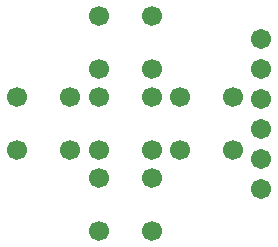
<source format=gbs>
G04 Layer: BottomSolderMaskLayer*
G04 EasyEDA v6.5.47, 2024-09-14 10:47:09*
G04 8a541bcae6964f6aac3218be08962530,df7e7e3c38a3447abd37b529b333d242,10*
G04 Gerber Generator version 0.2*
G04 Scale: 100 percent, Rotated: No, Reflected: No *
G04 Dimensions in millimeters *
G04 leading zeros omitted , absolute positions ,4 integer and 5 decimal *
%FSLAX45Y45*%
%MOMM*%

%ADD10C,1.7032*%
%ADD11C,1.7006*%

%LPD*%
D10*
G01*
X4051300Y7302500D03*
G01*
X4051300Y7556500D03*
G01*
X4051300Y7810500D03*
G01*
X4051300Y8064500D03*
G01*
X4051300Y8318500D03*
G01*
X4051300Y8572500D03*
D11*
G01*
X2679928Y8768714D03*
G01*
X3129915Y8768714D03*
G01*
X2679928Y8318703D03*
G01*
X3129915Y8318703D03*
G01*
X3365728Y8082914D03*
G01*
X3815715Y8082914D03*
G01*
X3365728Y7632903D03*
G01*
X3815715Y7632903D03*
G01*
X2679928Y8082914D03*
G01*
X3129915Y8082914D03*
G01*
X2679928Y7632903D03*
G01*
X3129915Y7632903D03*
G01*
X1981428Y8082914D03*
G01*
X2431415Y8082914D03*
G01*
X1981428Y7632903D03*
G01*
X2431415Y7632903D03*
G01*
X2679928Y7397114D03*
G01*
X3129915Y7397114D03*
G01*
X2679928Y6947103D03*
G01*
X3129915Y6947103D03*
M02*

</source>
